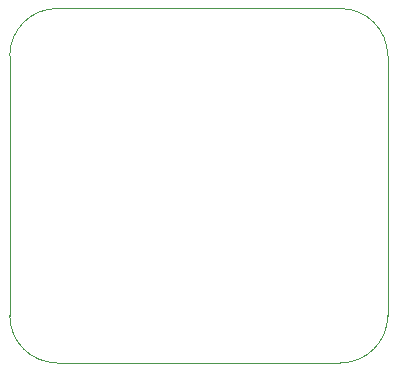
<source format=gbr>
%TF.GenerationSoftware,KiCad,Pcbnew,9.0.2*%
%TF.CreationDate,2025-07-05T20:05:03-04:00*%
%TF.ProjectId,MT6835 Breakout,4d543638-3335-4204-9272-65616b6f7574,rev?*%
%TF.SameCoordinates,Original*%
%TF.FileFunction,Profile,NP*%
%FSLAX46Y46*%
G04 Gerber Fmt 4.6, Leading zero omitted, Abs format (unit mm)*
G04 Created by KiCad (PCBNEW 9.0.2) date 2025-07-05 20:05:03*
%MOMM*%
%LPD*%
G01*
G04 APERTURE LIST*
%TA.AperFunction,Profile*%
%ADD10C,0.050000*%
%TD*%
G04 APERTURE END LIST*
D10*
X123000000Y-84000000D02*
G75*
G02*
X127000000Y-80000000I4000000J0D01*
G01*
X151000000Y-80000000D02*
G75*
G02*
X155000000Y-84000000I0J-4000000D01*
G01*
X127000000Y-110000000D02*
G75*
G02*
X123000000Y-106000000I0J4000000D01*
G01*
X155000000Y-106000000D02*
G75*
G02*
X151000000Y-110000000I-4000000J0D01*
G01*
X123000000Y-106000000D02*
X123000000Y-84000000D01*
X155000000Y-84000000D02*
X155000000Y-106000000D01*
X127000000Y-80000000D02*
X151000000Y-80000000D01*
X151000000Y-110000000D02*
X127000000Y-110000000D01*
M02*

</source>
